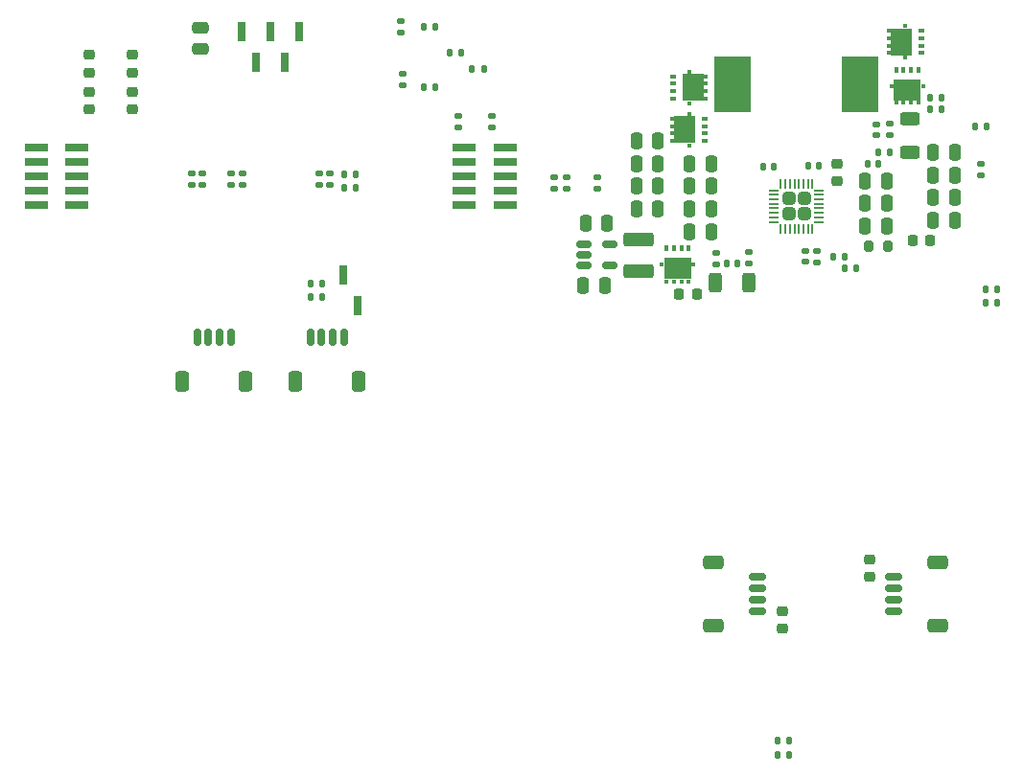
<source format=gbp>
%TF.GenerationSoftware,KiCad,Pcbnew,(6.0.9)*%
%TF.CreationDate,2023-02-02T11:23:03+01:00*%
%TF.ProjectId,Stencil,5374656e-6369-46c2-9e6b-696361645f70,rev?*%
%TF.SameCoordinates,Original*%
%TF.FileFunction,Paste,Bot*%
%TF.FilePolarity,Positive*%
%FSLAX46Y46*%
G04 Gerber Fmt 4.6, Leading zero omitted, Abs format (unit mm)*
G04 Created by KiCad (PCBNEW (6.0.9)) date 2023-02-02 11:23:03*
%MOMM*%
%LPD*%
G01*
G04 APERTURE LIST*
G04 Aperture macros list*
%AMRoundRect*
0 Rectangle with rounded corners*
0 $1 Rounding radius*
0 $2 $3 $4 $5 $6 $7 $8 $9 X,Y pos of 4 corners*
0 Add a 4 corners polygon primitive as box body*
4,1,4,$2,$3,$4,$5,$6,$7,$8,$9,$2,$3,0*
0 Add four circle primitives for the rounded corners*
1,1,$1+$1,$2,$3*
1,1,$1+$1,$4,$5*
1,1,$1+$1,$6,$7*
1,1,$1+$1,$8,$9*
0 Add four rect primitives between the rounded corners*
20,1,$1+$1,$2,$3,$4,$5,0*
20,1,$1+$1,$4,$5,$6,$7,0*
20,1,$1+$1,$6,$7,$8,$9,0*
20,1,$1+$1,$8,$9,$2,$3,0*%
G04 Aperture macros list end*
%ADD10RoundRect,0.135000X-0.135000X-0.185000X0.135000X-0.185000X0.135000X0.185000X-0.135000X0.185000X0*%
%ADD11RoundRect,0.250000X0.475000X-0.250000X0.475000X0.250000X-0.475000X0.250000X-0.475000X-0.250000X0*%
%ADD12RoundRect,0.225000X0.250000X-0.225000X0.250000X0.225000X-0.250000X0.225000X-0.250000X-0.225000X0*%
%ADD13RoundRect,0.250000X0.250000X0.475000X-0.250000X0.475000X-0.250000X-0.475000X0.250000X-0.475000X0*%
%ADD14RoundRect,0.150000X0.150000X0.625000X-0.150000X0.625000X-0.150000X-0.625000X0.150000X-0.625000X0*%
%ADD15RoundRect,0.250000X0.350000X0.650000X-0.350000X0.650000X-0.350000X-0.650000X0.350000X-0.650000X0*%
%ADD16RoundRect,0.135000X-0.185000X0.135000X-0.185000X-0.135000X0.185000X-0.135000X0.185000X0.135000X0*%
%ADD17RoundRect,0.250000X-0.250000X-0.475000X0.250000X-0.475000X0.250000X0.475000X-0.250000X0.475000X0*%
%ADD18RoundRect,0.140000X0.170000X-0.140000X0.170000X0.140000X-0.170000X0.140000X-0.170000X-0.140000X0*%
%ADD19R,2.100000X0.750000*%
%ADD20R,0.300000X0.400000*%
%ADD21R,0.430000X0.380000*%
%ADD22R,1.980000X2.450000*%
%ADD23R,0.500000X0.350000*%
%ADD24RoundRect,0.135000X0.185000X-0.135000X0.185000X0.135000X-0.185000X0.135000X-0.185000X-0.135000X0*%
%ADD25RoundRect,0.225000X-0.250000X0.225000X-0.250000X-0.225000X0.250000X-0.225000X0.250000X0.225000X0*%
%ADD26RoundRect,0.140000X-0.170000X0.140000X-0.170000X-0.140000X0.170000X-0.140000X0.170000X0.140000X0*%
%ADD27RoundRect,0.218750X0.218750X0.256250X-0.218750X0.256250X-0.218750X-0.256250X0.218750X-0.256250X0*%
%ADD28RoundRect,0.135000X0.135000X0.185000X-0.135000X0.185000X-0.135000X-0.185000X0.135000X-0.185000X0*%
%ADD29RoundRect,0.200000X0.200000X0.275000X-0.200000X0.275000X-0.200000X-0.275000X0.200000X-0.275000X0*%
%ADD30RoundRect,0.150000X-0.625000X0.150000X-0.625000X-0.150000X0.625000X-0.150000X0.625000X0.150000X0*%
%ADD31RoundRect,0.250000X-0.650000X0.350000X-0.650000X-0.350000X0.650000X-0.350000X0.650000X0.350000X0*%
%ADD32RoundRect,0.150000X-0.512500X-0.150000X0.512500X-0.150000X0.512500X0.150000X-0.512500X0.150000X0*%
%ADD33RoundRect,0.250000X-0.312500X-0.625000X0.312500X-0.625000X0.312500X0.625000X-0.312500X0.625000X0*%
%ADD34RoundRect,0.140000X0.140000X0.170000X-0.140000X0.170000X-0.140000X-0.170000X0.140000X-0.170000X0*%
%ADD35RoundRect,0.250000X1.075000X-0.375000X1.075000X0.375000X-1.075000X0.375000X-1.075000X-0.375000X0*%
%ADD36RoundRect,0.150000X0.625000X-0.150000X0.625000X0.150000X-0.625000X0.150000X-0.625000X-0.150000X0*%
%ADD37RoundRect,0.250000X0.650000X-0.350000X0.650000X0.350000X-0.650000X0.350000X-0.650000X-0.350000X0*%
%ADD38RoundRect,0.225000X0.225000X0.250000X-0.225000X0.250000X-0.225000X-0.250000X0.225000X-0.250000X0*%
%ADD39R,0.650000X1.800000*%
%ADD40RoundRect,0.140000X-0.140000X-0.170000X0.140000X-0.170000X0.140000X0.170000X-0.140000X0.170000X0*%
%ADD41RoundRect,0.250000X0.625000X-0.312500X0.625000X0.312500X-0.625000X0.312500X-0.625000X-0.312500X0*%
%ADD42R,3.250000X5.000000*%
%ADD43RoundRect,0.250000X0.315000X0.315000X-0.315000X0.315000X-0.315000X-0.315000X0.315000X-0.315000X0*%
%ADD44RoundRect,0.050000X0.337500X0.050000X-0.337500X0.050000X-0.337500X-0.050000X0.337500X-0.050000X0*%
%ADD45RoundRect,0.050000X0.050000X0.337500X-0.050000X0.337500X-0.050000X-0.337500X0.050000X-0.337500X0*%
%ADD46R,0.380000X0.430000*%
%ADD47R,0.400000X0.300000*%
%ADD48R,2.450000X1.980000*%
%ADD49R,0.350000X0.500000*%
G04 APERTURE END LIST*
D10*
%TO.C,R304*%
X137797029Y-90408471D03*
X138817029Y-90408471D03*
%TD*%
D11*
%TO.C,C301*%
X128057029Y-69708471D03*
X128057029Y-67808471D03*
%TD*%
D12*
%TO.C,C404*%
X122057029Y-71783471D03*
X122057029Y-70233471D03*
%TD*%
D13*
%TO.C,C320*%
X173200000Y-83850000D03*
X171300000Y-83850000D03*
%TD*%
D14*
%TO.C,J207*%
X140807029Y-95208471D03*
X139807029Y-95208471D03*
X138807029Y-95208471D03*
X137807029Y-95208471D03*
D15*
X136507029Y-99083471D03*
X142107029Y-99083471D03*
%TD*%
D16*
%TO.C,R306*%
X176550000Y-87640000D03*
X176550000Y-88660000D03*
%TD*%
D17*
%TO.C,C304*%
X192800000Y-84850000D03*
X194700000Y-84850000D03*
%TD*%
D13*
%TO.C,C319*%
X173200000Y-81850000D03*
X171300000Y-81850000D03*
%TD*%
D18*
%TO.C,C309*%
X187750000Y-77330000D03*
X187750000Y-76370000D03*
%TD*%
D10*
%TO.C,R303*%
X137797029Y-91608471D03*
X138817029Y-91608471D03*
%TD*%
D19*
%TO.C,J203*%
X117207029Y-83548471D03*
X113607029Y-83548471D03*
X117207029Y-82278471D03*
X113607029Y-82278471D03*
X117207029Y-81008471D03*
X113607029Y-81008471D03*
X117207029Y-79738471D03*
X113607029Y-79738471D03*
X117207029Y-78468471D03*
X113607029Y-78468471D03*
%TD*%
D20*
%TO.C,Q304*%
X169750000Y-77825000D03*
X169750000Y-75875000D03*
X169750000Y-76525000D03*
D21*
X171250000Y-78250000D03*
D22*
X170890000Y-76850000D03*
D21*
X171250000Y-75450000D03*
D20*
X169750000Y-77175000D03*
D23*
X172650000Y-77825000D03*
X172650000Y-76525000D03*
X172650000Y-75875000D03*
X172650000Y-77175000D03*
%TD*%
D24*
%TO.C,R318*%
X182550000Y-88560000D03*
X182550000Y-87540000D03*
%TD*%
D25*
%TO.C,C101*%
X179492893Y-119417893D03*
X179492893Y-120967893D03*
%TD*%
D10*
%TO.C,R318*%
X140797029Y-82008471D03*
X141817029Y-82008471D03*
%TD*%
D17*
%TO.C,C317*%
X166600000Y-79850000D03*
X168500000Y-79850000D03*
%TD*%
D13*
%TO.C,C407*%
X164000000Y-85150000D03*
X162100000Y-85150000D03*
%TD*%
%TO.C,C318*%
X173200000Y-79850000D03*
X171300000Y-79850000D03*
%TD*%
D16*
%TO.C,R317*%
X159350000Y-81040000D03*
X159350000Y-82060000D03*
%TD*%
D26*
%TO.C,C332*%
X181550000Y-87570000D03*
X181550000Y-88530000D03*
%TD*%
D27*
%TO.C,F201*%
X192537500Y-86600000D03*
X190962500Y-86600000D03*
%TD*%
D13*
%TO.C,C307*%
X188700000Y-81350000D03*
X186800000Y-81350000D03*
%TD*%
D16*
%TO.C,R317*%
X127307029Y-80748471D03*
X127307029Y-81768471D03*
%TD*%
%TO.C,R305*%
X173650000Y-87740000D03*
X173650000Y-88760000D03*
%TD*%
D17*
%TO.C,C314*%
X166600000Y-77850000D03*
X168500000Y-77850000D03*
%TD*%
D10*
%TO.C,R202*%
X197440000Y-90950000D03*
X198460000Y-90950000D03*
%TD*%
D28*
%TO.C,R312*%
X186010000Y-89100000D03*
X184990000Y-89100000D03*
%TD*%
D29*
%TO.C,R307*%
X188775000Y-87150000D03*
X187125000Y-87150000D03*
%TD*%
D24*
%TO.C,R404*%
X153807029Y-76628471D03*
X153807029Y-75608471D03*
%TD*%
D17*
%TO.C,C406*%
X161900000Y-90650000D03*
X163800000Y-90650000D03*
%TD*%
D22*
%TO.C,Q303*%
X171610000Y-73100000D03*
D21*
X171250000Y-74500000D03*
D20*
X172750000Y-72125000D03*
D21*
X171250000Y-71700000D03*
D20*
X172750000Y-74075000D03*
X172750000Y-73425000D03*
X172750000Y-72775000D03*
D23*
X169850000Y-72125000D03*
X169850000Y-72775000D03*
X169850000Y-74075000D03*
X169850000Y-73425000D03*
%TD*%
D13*
%TO.C,C306*%
X188700000Y-83350000D03*
X186800000Y-83350000D03*
%TD*%
D16*
%TO.C,R316*%
X197050000Y-79840000D03*
X197050000Y-80860000D03*
%TD*%
D30*
%TO.C,J101*%
X189292893Y-116392893D03*
X189292893Y-117392893D03*
X189292893Y-118392893D03*
X189292893Y-119392893D03*
D31*
X193167893Y-115092893D03*
X193167893Y-120692893D03*
%TD*%
D21*
%TO.C,Q302*%
X190360000Y-67700000D03*
X190360000Y-70500000D03*
D20*
X188860000Y-68125000D03*
X188860000Y-70075000D03*
X188860000Y-68775000D03*
X188860000Y-69425000D03*
D22*
X190000000Y-69100000D03*
D23*
X191760000Y-70075000D03*
X191760000Y-69425000D03*
X191760000Y-68125000D03*
X191760000Y-68775000D03*
%TD*%
D12*
%TO.C,C401*%
X118307029Y-75033471D03*
X118307029Y-73483471D03*
%TD*%
D10*
%TO.C,R102*%
X179086447Y-130796447D03*
X180106447Y-130796447D03*
%TD*%
D18*
%TO.C,C333*%
X163150000Y-82030000D03*
X163150000Y-81070000D03*
%TD*%
D16*
%TO.C,R405*%
X150907029Y-75598471D03*
X150907029Y-76618471D03*
%TD*%
D10*
%TO.C,R302*%
X187990000Y-78850000D03*
X189010000Y-78850000D03*
%TD*%
D17*
%TO.C,C316*%
X166600000Y-81850000D03*
X168500000Y-81850000D03*
%TD*%
D10*
%TO.C,R319*%
X140797029Y-80758471D03*
X141817029Y-80758471D03*
%TD*%
D32*
%TO.C,U402*%
X161962500Y-88862500D03*
X161962500Y-87912500D03*
X161962500Y-86962500D03*
X164237500Y-86962500D03*
X164237500Y-88862500D03*
%TD*%
D33*
%TO.C,R304*%
X173587500Y-90350000D03*
X176512500Y-90350000D03*
%TD*%
D10*
%TO.C,R401*%
X152097029Y-71508471D03*
X153117029Y-71508471D03*
%TD*%
D34*
%TO.C,C312*%
X182730000Y-80050000D03*
X181770000Y-80050000D03*
%TD*%
D16*
%TO.C,R316*%
X130807029Y-80748471D03*
X130807029Y-81768471D03*
%TD*%
D35*
%TO.C,L402*%
X166750000Y-89350000D03*
X166750000Y-86550000D03*
%TD*%
D12*
%TO.C,C325*%
X184350000Y-81425000D03*
X184350000Y-79875000D03*
%TD*%
D10*
%TO.C,R402*%
X150097029Y-70008471D03*
X151117029Y-70008471D03*
%TD*%
%TO.C,R101*%
X179086447Y-132096447D03*
X180106447Y-132096447D03*
%TD*%
D24*
%TO.C,R305*%
X139557029Y-81768471D03*
X139557029Y-80748471D03*
%TD*%
D12*
%TO.C,C403*%
X118307029Y-71783471D03*
X118307029Y-70233471D03*
%TD*%
D16*
%TO.C,R315*%
X138557029Y-80748471D03*
X138557029Y-81768471D03*
%TD*%
D10*
%TO.C,R201*%
X197440000Y-92150000D03*
X198460000Y-92150000D03*
%TD*%
D12*
%TO.C,C402*%
X122057029Y-75033471D03*
X122057029Y-73483471D03*
%TD*%
D24*
%TO.C,R306*%
X131807029Y-81768471D03*
X131807029Y-80748471D03*
%TD*%
D13*
%TO.C,C305*%
X188700000Y-85350000D03*
X186800000Y-85350000D03*
%TD*%
D36*
%TO.C,J102*%
X177292893Y-119392893D03*
X177292893Y-118392893D03*
X177292893Y-117392893D03*
X177292893Y-116392893D03*
D37*
X173417893Y-120692893D03*
X173417893Y-115092893D03*
%TD*%
D10*
%TO.C,R505*%
X196470000Y-76560000D03*
X197490000Y-76560000D03*
%TD*%
D12*
%TO.C,C103*%
X187192893Y-116367893D03*
X187192893Y-114817893D03*
%TD*%
D38*
%TO.C,C322*%
X171925000Y-91350000D03*
X170375000Y-91350000D03*
%TD*%
D28*
%TO.C,R411*%
X148827029Y-67758471D03*
X147807029Y-67758471D03*
%TD*%
D39*
%TO.C,J206*%
X131767029Y-68158471D03*
X133037029Y-70858471D03*
X134307029Y-68158471D03*
X135577029Y-70858471D03*
X136847029Y-68158471D03*
%TD*%
%TO.C,J202*%
X141942029Y-92358471D03*
X140672029Y-89658471D03*
%TD*%
D17*
%TO.C,C315*%
X166600000Y-83850000D03*
X168500000Y-83850000D03*
%TD*%
D40*
%TO.C,C313*%
X177770000Y-80100000D03*
X178730000Y-80100000D03*
%TD*%
D41*
%TO.C,R301*%
X190750000Y-78812500D03*
X190750000Y-75887500D03*
%TD*%
D16*
%TO.C,R407*%
X145957029Y-71898471D03*
X145957029Y-72918471D03*
%TD*%
D28*
%TO.C,R310*%
X185010000Y-88100000D03*
X183990000Y-88100000D03*
%TD*%
D17*
%TO.C,C303*%
X192800000Y-82850000D03*
X194700000Y-82850000D03*
%TD*%
D19*
%TO.C,J201*%
X155007029Y-83548471D03*
X151407029Y-83548471D03*
X155007029Y-82278471D03*
X151407029Y-82278471D03*
X155007029Y-81008471D03*
X151407029Y-81008471D03*
X155007029Y-79738471D03*
X151407029Y-79738471D03*
X155007029Y-78468471D03*
X151407029Y-78468471D03*
%TD*%
D42*
%TO.C,L301*%
X186375000Y-72850000D03*
X175125000Y-72850000D03*
%TD*%
D14*
%TO.C,J204*%
X130807029Y-95208471D03*
X129807029Y-95208471D03*
X128807029Y-95208471D03*
X127807029Y-95208471D03*
D15*
X132107029Y-99083471D03*
X126507029Y-99083471D03*
%TD*%
D28*
%TO.C,R408*%
X148817029Y-73108471D03*
X147797029Y-73108471D03*
%TD*%
D24*
%TO.C,R307*%
X128307029Y-81768471D03*
X128307029Y-80748471D03*
%TD*%
D40*
%TO.C,C311*%
X192570000Y-75050000D03*
X193530000Y-75050000D03*
%TD*%
%TO.C,C310*%
X192570000Y-74050000D03*
X193530000Y-74050000D03*
%TD*%
D43*
%TO.C,U301*%
X181450000Y-84300000D03*
X180050000Y-82900000D03*
X181450000Y-82900000D03*
X180050000Y-84300000D03*
D44*
X182737500Y-82200000D03*
X182737500Y-82600000D03*
X182737500Y-83000000D03*
X182737500Y-83400000D03*
X182737500Y-83800000D03*
X182737500Y-84200000D03*
X182737500Y-84600000D03*
X182737500Y-85000000D03*
D45*
X182150000Y-85587500D03*
X181750000Y-85587500D03*
X181350000Y-85587500D03*
X180950000Y-85587500D03*
X180550000Y-85587500D03*
X180150000Y-85587500D03*
X179750000Y-85587500D03*
X179350000Y-85587500D03*
D44*
X178762500Y-85000000D03*
X178762500Y-84600000D03*
X178762500Y-84200000D03*
X178762500Y-83800000D03*
X178762500Y-83400000D03*
X178762500Y-83000000D03*
X178762500Y-82600000D03*
X178762500Y-82200000D03*
D45*
X179350000Y-81612500D03*
X179750000Y-81612500D03*
X180150000Y-81612500D03*
X180550000Y-81612500D03*
X180950000Y-81612500D03*
X181350000Y-81612500D03*
X181750000Y-81612500D03*
X182150000Y-81612500D03*
%TD*%
D40*
%TO.C,C323*%
X174590000Y-88650000D03*
X175550000Y-88650000D03*
%TD*%
D13*
%TO.C,C321*%
X173200000Y-85850000D03*
X171300000Y-85850000D03*
%TD*%
D17*
%TO.C,C302*%
X192800000Y-80850000D03*
X194700000Y-80850000D03*
%TD*%
D16*
%TO.C,R410*%
X145807029Y-67248471D03*
X145807029Y-68268471D03*
%TD*%
D24*
%TO.C,R303*%
X189000000Y-77360000D03*
X189000000Y-76340000D03*
%TD*%
D17*
%TO.C,C301*%
X192800000Y-78850000D03*
X194700000Y-78850000D03*
%TD*%
D34*
%TO.C,C308*%
X187980000Y-79850000D03*
X187020000Y-79850000D03*
%TD*%
D16*
%TO.C,R313*%
X160450000Y-81040000D03*
X160450000Y-82060000D03*
%TD*%
D46*
%TO.C,Q305*%
X168850000Y-88740000D03*
D47*
X171225000Y-90240000D03*
X169275000Y-90240000D03*
D46*
X171650000Y-88740000D03*
D47*
X169925000Y-90240000D03*
X170575000Y-90240000D03*
D48*
X170250000Y-89100000D03*
D49*
X171225000Y-87340000D03*
X169925000Y-87340000D03*
X169275000Y-87340000D03*
X170575000Y-87340000D03*
%TD*%
D47*
%TO.C,Q301*%
X189525000Y-74490000D03*
D46*
X191900000Y-72990000D03*
D47*
X191475000Y-74490000D03*
X190825000Y-74490000D03*
X190175000Y-74490000D03*
D46*
X189100000Y-72990000D03*
D48*
X190500000Y-73350000D03*
D49*
X191475000Y-71590000D03*
X189525000Y-71590000D03*
X190825000Y-71590000D03*
X190175000Y-71590000D03*
%TD*%
M02*

</source>
